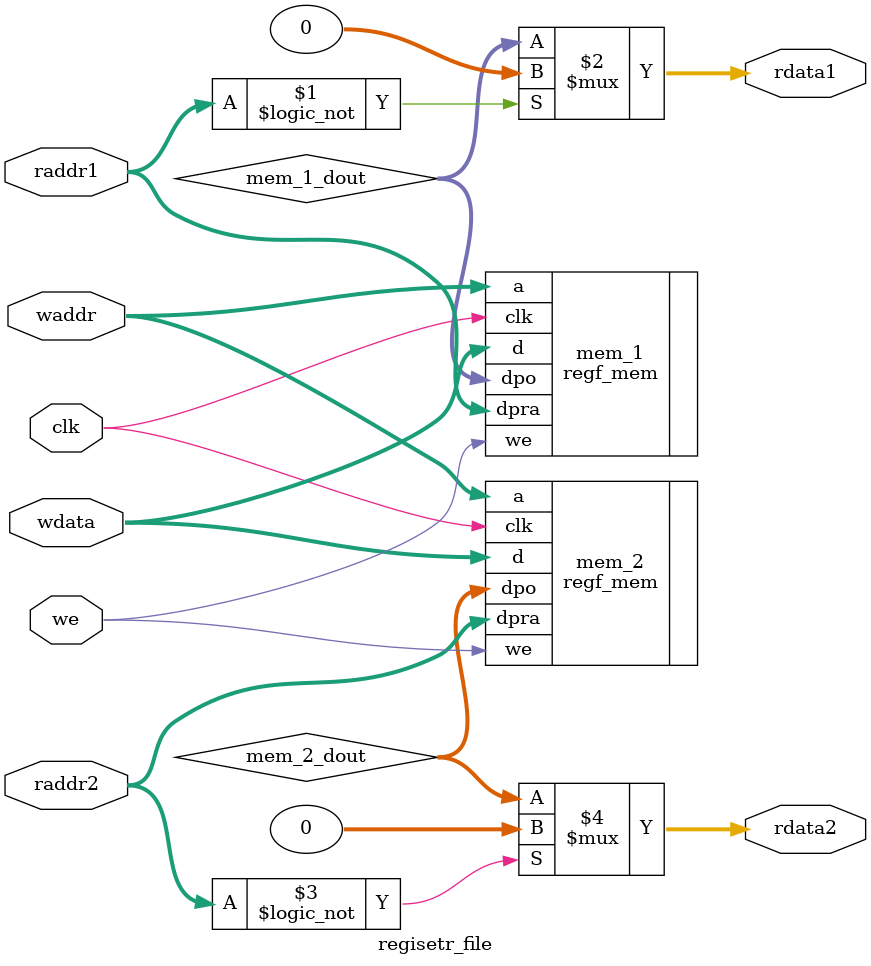
<source format=v>
`timescale 1ns / 1ps


module regisetr_file(
    input [4:0] raddr1,
    input [4:0] raddr2,
    input [4:0] waddr,
    input [31:0] wdata,
    input we,
    input clk,
    output [31:0] rdata1,
    output [31:0] rdata2
    );
    
    wire [31:0] mem_1_dout;
    wire [31:0] mem_2_dout;
    
    regf_mem mem_1 (
        .a(waddr),        // input wire [4 : 0] a
        .d(wdata),        // input wire [31 : 0] d
        .dpra(raddr1),  // input wire [4 : 0] dpra
        .clk(clk),    // input wire clk
        .we(we),    // input wire we
        .dpo(mem_1_dout)    // output wire [31 : 0] dpo
        );
        
    regf_mem mem_2 (
        .a(waddr),        // input wire [4 : 0] a
        .d(wdata),        // input wire [31 : 0] d
        .dpra(raddr2),  // input wire [4 : 0] dpra
        .clk(clk),    // input wire clk
        .we(we),    // input wire we
        .dpo(mem_2_dout)    // output wire [31 : 0] dpo
        );
        
    assign rdata1 = (raddr1 == 5'd0) ? 32'd0 : mem_1_dout;
    assign rdata2 = (raddr2 == 5'd0) ? 32'd0 : mem_2_dout;
     
    
endmodule

</source>
